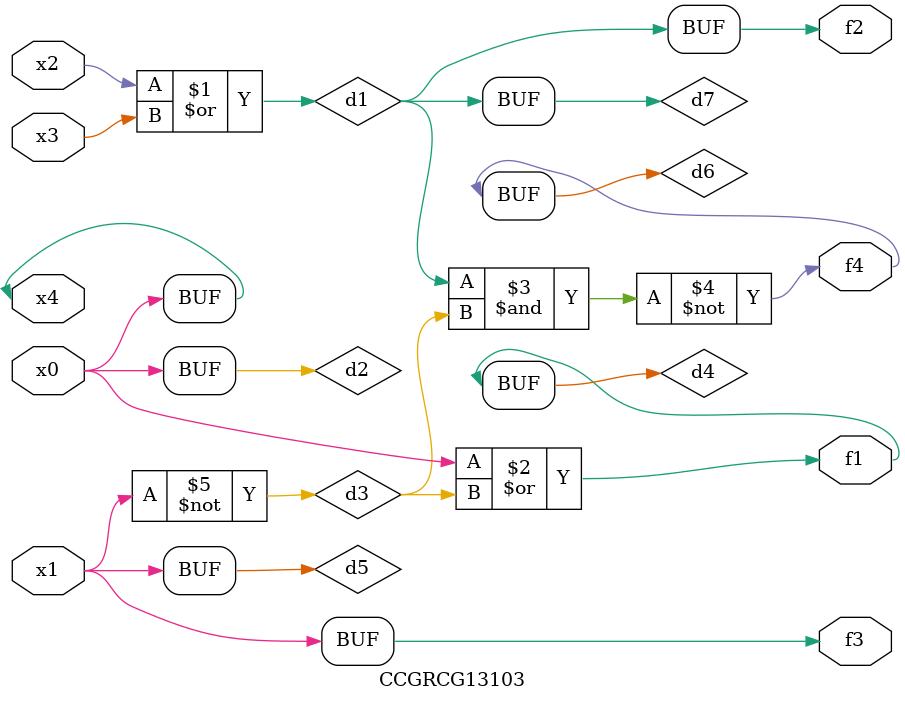
<source format=v>
module CCGRCG13103(
	input x0, x1, x2, x3, x4,
	output f1, f2, f3, f4
);

	wire d1, d2, d3, d4, d5, d6, d7;

	or (d1, x2, x3);
	buf (d2, x0, x4);
	not (d3, x1);
	or (d4, d2, d3);
	not (d5, d3);
	nand (d6, d1, d3);
	or (d7, d1);
	assign f1 = d4;
	assign f2 = d7;
	assign f3 = d5;
	assign f4 = d6;
endmodule

</source>
